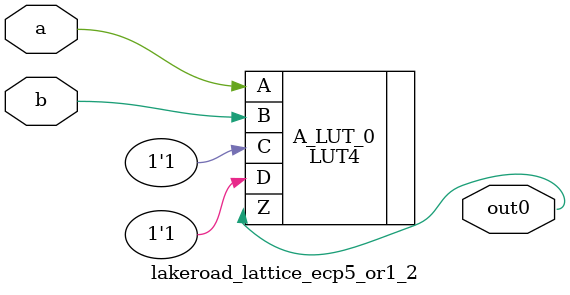
<source format=v>
/* Generated by Yosys 0.16+41 (git sha1 29c0a5958, x86_64-apple-darwin20.2-clang 10.0.0-4ubuntu1 -fPIC -Os) */

module lakeroad_lattice_ecp5_or1_2(a, b, out0);
  wire _0_;
  wire _1_;
  wire _2_;
  wire _3_;
  wire _4_;
  wire _5_;
  wire _6_;
  input a;
  wire a;
  input b;
  wire b;
  output out0;
  wire out0;
  LUT4 #(
    .INIT(16'hefff)
  ) A_LUT_0 (
    .A(a),
    .B(b),
    .C(1'h1),
    .D(1'h1),
    .Z(out0)
  );
  LUT4 #(
    .INIT(16'h0000)
  ) B_LUT_1 (
    .A(1'h0),
    .B(1'h0),
    .C(1'h0),
    .D(1'h0),
    .Z(_6_)
  );
  LUT4 #(
    .INIT(16'h0000)
  ) C_LUT_2 (
    .A(1'h0),
    .B(1'h0),
    .C(1'h0),
    .D(1'h0),
    .Z(_5_)
  );
  LUT4 #(
    .INIT(16'h0000)
  ) D_LUT_3 (
    .A(1'h0),
    .B(1'h0),
    .C(1'h0),
    .D(1'h0),
    .Z(_4_)
  );
  LUT4 #(
    .INIT(16'h0000)
  ) E_LUT_4 (
    .A(1'h0),
    .B(1'h0),
    .C(1'h0),
    .D(1'h0),
    .Z(_3_)
  );
  LUT4 #(
    .INIT(16'h0000)
  ) F_LUT_5 (
    .A(1'h0),
    .B(1'h0),
    .C(1'h0),
    .D(1'h0),
    .Z(_2_)
  );
  LUT4 #(
    .INIT(16'h0000)
  ) G_LUT_6 (
    .A(1'h0),
    .B(1'h0),
    .C(1'h0),
    .D(1'h0),
    .Z(_1_)
  );
  LUT4 #(
    .INIT(16'h0000)
  ) H_LUT_7 (
    .A(1'h0),
    .B(1'h0),
    .C(1'h0),
    .D(1'h0),
    .Z(_0_)
  );
endmodule


</source>
